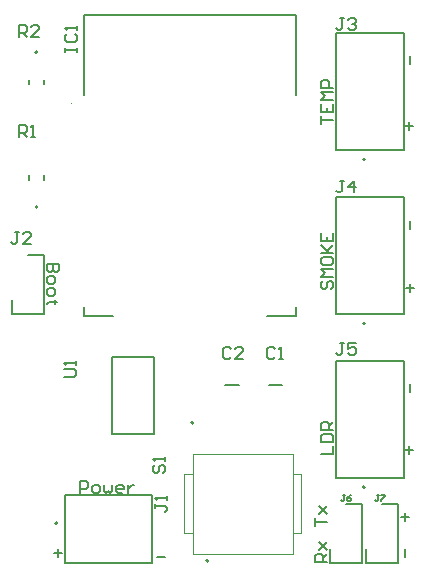
<source format=gto>
G04*
G04 #@! TF.GenerationSoftware,Altium Limited,Altium Designer,22.1.2 (22)*
G04*
G04 Layer_Color=65535*
%FSLAX43Y43*%
%MOMM*%
G71*
G04*
G04 #@! TF.SameCoordinates,789559D7-4389-4A6F-8FAE-C72B44BD11BC*
G04*
G04*
G04 #@! TF.FilePolarity,Positive*
G04*
G01*
G75*
%ADD10C,0.200*%
%ADD11C,0.100*%
%ADD12C,0.127*%
%ADD13C,0.178*%
D10*
X146389Y82931D02*
G03*
X146389Y82931I-100J0D01*
G01*
X172439Y85984D02*
G03*
X172439Y85984I-100J0D01*
G01*
Y99851D02*
G03*
X172439Y99851I-100J0D01*
G01*
Y113717D02*
G03*
X172439Y113717I-100J0D01*
G01*
X157881Y91436D02*
G03*
X157881Y91436I-100J0D01*
G01*
X159077Y79870D02*
G03*
X159077Y79670I0J-100D01*
G01*
D02*
G03*
X159077Y79870I0J100D01*
G01*
X144501Y109697D02*
G03*
X144701Y109697I100J0D01*
G01*
D02*
G03*
X144501Y109697I-100J0D01*
G01*
X144701Y122801D02*
G03*
X144501Y122801I-100J0D01*
G01*
D02*
G03*
X144701Y122801I100J0D01*
G01*
X169480Y79562D02*
Y80772D01*
Y79562D02*
X172150D01*
Y84522D01*
X170815D02*
X172150D01*
X172528Y79562D02*
Y80772D01*
Y79562D02*
X175198D01*
Y84522D01*
X173863D02*
X175198D01*
X164271Y94615D02*
X165421D01*
X148620Y119231D02*
Y125981D01*
X166620D01*
Y119231D02*
Y125981D01*
Y100481D02*
Y101231D01*
X164120Y100481D02*
X166620D01*
X148620D02*
X151120D01*
X148620D02*
Y101231D01*
X145226Y111997D02*
Y112397D01*
X143976Y111997D02*
Y112397D01*
X142556Y100644D02*
Y101854D01*
Y100644D02*
X145226D01*
Y105604D01*
X143891D02*
X145226D01*
X143976Y120101D02*
Y120501D01*
X145226Y120101D02*
Y120501D01*
X160588Y94615D02*
X161738D01*
D11*
X147520Y118491D02*
G03*
X147620Y118491I50J0D01*
G01*
D02*
G03*
X147520Y118491I-50J0D01*
G01*
X157827Y88820D02*
X166327D01*
Y80320D02*
Y88820D01*
X157827Y80320D02*
X166327D01*
X157827D02*
Y88820D01*
X157127Y87070D02*
X157827D01*
X157127Y82070D02*
Y87070D01*
Y82070D02*
X157827D01*
X166327Y87070D02*
X167027D01*
Y82070D02*
Y87070D01*
X166327Y82070D02*
X167027D01*
D12*
X147029Y79531D02*
X154429D01*
Y85281D01*
X147029D02*
X154429D01*
X147029Y79531D02*
Y85281D01*
X175739Y86784D02*
Y96684D01*
X169989Y86784D02*
X175739D01*
X169989D02*
Y96684D01*
X175739D01*
Y100650D02*
Y110550D01*
X169989Y100650D02*
X175739D01*
X169989D02*
Y110550D01*
X175739D01*
Y114517D02*
Y124417D01*
X169989Y114517D02*
X175739D01*
X169989D02*
Y124417D01*
X175739D01*
X151029Y90473D02*
X154533D01*
X151029D02*
Y96979D01*
X154533D01*
Y90473D02*
Y96979D01*
X170730Y85344D02*
X170561D01*
X170646D01*
Y84921D01*
X170561Y84836D01*
X170476D01*
X170392Y84921D01*
X171238Y85344D02*
X171069Y85259D01*
X170900Y85090D01*
Y84921D01*
X170984Y84836D01*
X171154D01*
X171238Y84921D01*
Y85005D01*
X171154Y85090D01*
X170900D01*
X173651Y85344D02*
X173482D01*
X173567D01*
Y84921D01*
X173482Y84836D01*
X173397D01*
X173313Y84921D01*
X173821Y85344D02*
X174159D01*
Y85259D01*
X173821Y84921D01*
Y84836D01*
D13*
X176200Y122504D02*
Y121827D01*
Y108534D02*
Y107857D01*
Y94691D02*
Y94014D01*
X176141Y88824D02*
Y89501D01*
X175802Y89162D02*
X176479D01*
X176268Y102540D02*
Y103217D01*
X175929Y102878D02*
X176606D01*
X176141Y116256D02*
Y116933D01*
X175802Y116594D02*
X176479D01*
X146481Y104851D02*
X145466D01*
Y104343D01*
X145635Y104174D01*
X145804D01*
X145974Y104343D01*
Y104851D01*
Y104343D01*
X146143Y104174D01*
X146312D01*
X146481Y104343D01*
Y104851D01*
X145466Y103666D02*
Y103328D01*
X145635Y103158D01*
X145974D01*
X146143Y103328D01*
Y103666D01*
X145974Y103836D01*
X145635D01*
X145466Y103666D01*
Y102651D02*
Y102312D01*
X145635Y102143D01*
X145974D01*
X146143Y102312D01*
Y102651D01*
X145974Y102820D01*
X145635D01*
X145466Y102651D01*
X146312Y101635D02*
X146143D01*
Y101804D01*
Y101466D01*
Y101635D01*
X145635D01*
X145466Y101466D01*
X175819Y83769D02*
Y83092D01*
X176157Y83431D02*
X175480D01*
X175819Y80722D02*
Y80045D01*
X169240Y79680D02*
X168225D01*
Y80188D01*
X168394Y80357D01*
X168732D01*
X168902Y80188D01*
Y79680D01*
Y80018D02*
X169240Y80357D01*
X168563Y80695D02*
X169240Y81373D01*
X168902Y81034D01*
X168563Y81373D01*
X169240Y80695D01*
X168225Y82727D02*
Y83404D01*
Y83065D01*
X169240D01*
X168563Y83742D02*
X169240Y84420D01*
X168902Y84081D01*
X168563Y84420D01*
X169240Y83742D01*
X155524Y80086D02*
X154847D01*
X146423Y80061D02*
Y80738D01*
X146084Y80399D02*
X146761D01*
X168733Y116764D02*
Y117441D01*
Y117102D01*
X169748D01*
X168733Y118457D02*
Y117779D01*
X169748D01*
Y118457D01*
X169240Y117779D02*
Y118118D01*
X169748Y118795D02*
X168733D01*
X169071Y119134D01*
X168733Y119472D01*
X169748D01*
Y119811D02*
X168733D01*
Y120319D01*
X168902Y120488D01*
X169240D01*
X169410Y120319D01*
Y119811D01*
X168902Y103471D02*
X168733Y103302D01*
Y102963D01*
X168902Y102794D01*
X169071D01*
X169240Y102963D01*
Y103302D01*
X169410Y103471D01*
X169579D01*
X169748Y103302D01*
Y102963D01*
X169579Y102794D01*
X169748Y103809D02*
X168733D01*
X169071Y104148D01*
X168733Y104487D01*
X169748D01*
X168733Y105333D02*
Y104994D01*
X168902Y104825D01*
X169579D01*
X169748Y104994D01*
Y105333D01*
X169579Y105502D01*
X168902D01*
X168733Y105333D01*
Y105841D02*
X169748D01*
X169410D01*
X168733Y106518D01*
X169240Y106010D01*
X169748Y106518D01*
X168733Y107534D02*
Y106856D01*
X169748D01*
Y107534D01*
X169240Y106856D02*
Y107195D01*
X168733Y88824D02*
X169748D01*
Y89501D01*
X168733Y89839D02*
X169748D01*
Y90347D01*
X169579Y90517D01*
X168902D01*
X168733Y90347D01*
Y89839D01*
X169748Y90855D02*
X168733D01*
Y91363D01*
X168902Y91532D01*
X169240D01*
X169410Y91363D01*
Y90855D01*
Y91194D02*
X169748Y91532D01*
X154686Y84582D02*
Y84243D01*
Y84413D01*
X155533D01*
X155702Y84243D01*
Y84074D01*
X155533Y83905D01*
X155702Y84921D02*
Y85259D01*
Y85090D01*
X154686D01*
X154855Y84921D01*
X148260Y85522D02*
Y86537D01*
X148768D01*
X148937Y86368D01*
Y86030D01*
X148768Y85860D01*
X148260D01*
X149445Y85522D02*
X149783D01*
X149953Y85691D01*
Y86030D01*
X149783Y86199D01*
X149445D01*
X149275Y86030D01*
Y85691D01*
X149445Y85522D01*
X150291Y86199D02*
Y85691D01*
X150460Y85522D01*
X150630Y85691D01*
X150799Y85522D01*
X150968Y85691D01*
Y86199D01*
X151815Y85522D02*
X151476D01*
X151307Y85691D01*
Y86030D01*
X151476Y86199D01*
X151815D01*
X151984Y86030D01*
Y85860D01*
X151307D01*
X152322Y86199D02*
Y85522D01*
Y85860D01*
X152492Y86030D01*
X152661Y86199D01*
X152830D01*
X164787Y97646D02*
X164617Y97815D01*
X164279D01*
X164109Y97646D01*
Y96969D01*
X164279Y96799D01*
X164617D01*
X164787Y96969D01*
X165125Y96799D02*
X165464D01*
X165294D01*
Y97815D01*
X165125Y97646D01*
X154626Y87839D02*
X154457Y87670D01*
Y87331D01*
X154626Y87162D01*
X154796D01*
X154965Y87331D01*
Y87670D01*
X155134Y87839D01*
X155304D01*
X155473Y87670D01*
Y87331D01*
X155304Y87162D01*
X155473Y88177D02*
Y88516D01*
Y88347D01*
X154457D01*
X154626Y88177D01*
X146939Y95335D02*
X147786D01*
X147955Y95504D01*
Y95843D01*
X147786Y96012D01*
X146939D01*
X147955Y96351D02*
Y96689D01*
Y96520D01*
X146939D01*
X147108Y96351D01*
X143104Y124130D02*
Y125145D01*
X143611D01*
X143781Y124976D01*
Y124638D01*
X143611Y124468D01*
X143104D01*
X143442D02*
X143781Y124130D01*
X144796D02*
X144119D01*
X144796Y124807D01*
Y124976D01*
X144627Y125145D01*
X144289D01*
X144119Y124976D01*
X143104Y115672D02*
Y116687D01*
X143611D01*
X143781Y116518D01*
Y116179D01*
X143611Y116010D01*
X143104D01*
X143442D02*
X143781Y115672D01*
X144119D02*
X144458D01*
X144289D01*
Y116687D01*
X144119Y116518D01*
X170646Y98171D02*
X170307D01*
X170476D01*
Y97324D01*
X170307Y97155D01*
X170138D01*
X169969Y97324D01*
X171661Y98171D02*
X170984D01*
Y97663D01*
X171323Y97832D01*
X171492D01*
X171661Y97663D01*
Y97324D01*
X171492Y97155D01*
X171154D01*
X170984Y97324D01*
X170646Y111950D02*
X170307D01*
X170476D01*
Y111104D01*
X170307Y110935D01*
X170138D01*
X169969Y111104D01*
X171492Y110935D02*
Y111950D01*
X170984Y111442D01*
X171661D01*
X170646Y125730D02*
X170307D01*
X170476D01*
Y124883D01*
X170307Y124714D01*
X170138D01*
X169969Y124883D01*
X170984Y125561D02*
X171154Y125730D01*
X171492D01*
X171661Y125561D01*
Y125391D01*
X171492Y125222D01*
X171323D01*
X171492D01*
X171661Y125053D01*
Y124883D01*
X171492Y124714D01*
X171154D01*
X170984Y124883D01*
X143146Y107569D02*
X142807D01*
X142976D01*
Y106722D01*
X142807Y106553D01*
X142638D01*
X142469Y106722D01*
X144161Y106553D02*
X143484D01*
X144161Y107230D01*
Y107399D01*
X143992Y107569D01*
X143654D01*
X143484Y107399D01*
X147066Y122852D02*
Y123190D01*
Y123021D01*
X148082D01*
Y122852D01*
Y123190D01*
X147235Y124375D02*
X147066Y124206D01*
Y123867D01*
X147235Y123698D01*
X147913D01*
X148082Y123867D01*
Y124206D01*
X147913Y124375D01*
X148082Y124714D02*
Y125052D01*
Y124883D01*
X147066D01*
X147235Y124714D01*
X161104Y97646D02*
X160934Y97815D01*
X160596D01*
X160426Y97646D01*
Y96969D01*
X160596Y96799D01*
X160934D01*
X161104Y96969D01*
X162119Y96799D02*
X161442D01*
X162119Y97477D01*
Y97646D01*
X161950Y97815D01*
X161611D01*
X161442Y97646D01*
M02*

</source>
